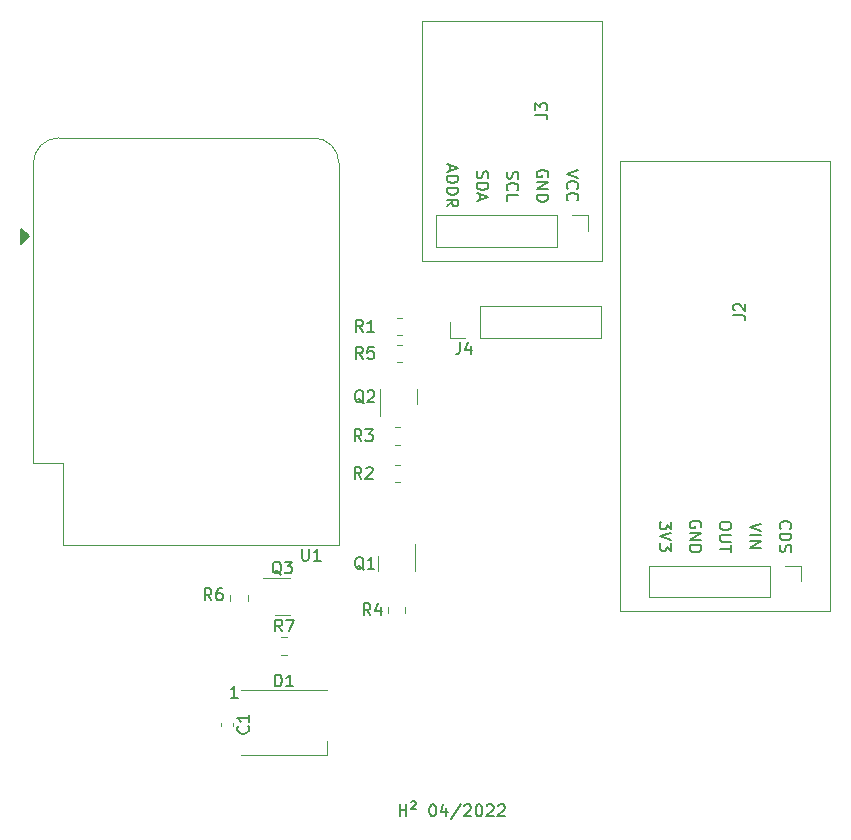
<source format=gbr>
%TF.GenerationSoftware,KiCad,Pcbnew,(6.0.0)*%
%TF.CreationDate,2022-04-16T20:40:41+02:00*%
%TF.ProjectId,bewegungsmelder,62657765-6775-46e6-9773-6d656c646572,rev?*%
%TF.SameCoordinates,Original*%
%TF.FileFunction,Legend,Top*%
%TF.FilePolarity,Positive*%
%FSLAX46Y46*%
G04 Gerber Fmt 4.6, Leading zero omitted, Abs format (unit mm)*
G04 Created by KiCad (PCBNEW (6.0.0)) date 2022-04-16 20:40:41*
%MOMM*%
%LPD*%
G01*
G04 APERTURE LIST*
%ADD10C,0.150000*%
%ADD11C,0.120000*%
G04 APERTURE END LIST*
D10*
X102251428Y-136977380D02*
X102251428Y-135977380D01*
X102251428Y-136453571D02*
X102822857Y-136453571D01*
X102822857Y-136977380D02*
X102822857Y-135977380D01*
X103251428Y-135739285D02*
X103346666Y-135691666D01*
X103489523Y-135691666D01*
X103584761Y-135739285D01*
X103632380Y-135834523D01*
X103632380Y-135929761D01*
X103584761Y-136025000D01*
X103251428Y-136358333D01*
X103632380Y-136358333D01*
X105013333Y-135977380D02*
X105108571Y-135977380D01*
X105203809Y-136025000D01*
X105251428Y-136072619D01*
X105299047Y-136167857D01*
X105346666Y-136358333D01*
X105346666Y-136596428D01*
X105299047Y-136786904D01*
X105251428Y-136882142D01*
X105203809Y-136929761D01*
X105108571Y-136977380D01*
X105013333Y-136977380D01*
X104918095Y-136929761D01*
X104870476Y-136882142D01*
X104822857Y-136786904D01*
X104775238Y-136596428D01*
X104775238Y-136358333D01*
X104822857Y-136167857D01*
X104870476Y-136072619D01*
X104918095Y-136025000D01*
X105013333Y-135977380D01*
X106203809Y-136310714D02*
X106203809Y-136977380D01*
X105965714Y-135929761D02*
X105727619Y-136644047D01*
X106346666Y-136644047D01*
X107441904Y-135929761D02*
X106584761Y-137215476D01*
X107727619Y-136072619D02*
X107775238Y-136025000D01*
X107870476Y-135977380D01*
X108108571Y-135977380D01*
X108203809Y-136025000D01*
X108251428Y-136072619D01*
X108299047Y-136167857D01*
X108299047Y-136263095D01*
X108251428Y-136405952D01*
X107680000Y-136977380D01*
X108299047Y-136977380D01*
X108918095Y-135977380D02*
X109013333Y-135977380D01*
X109108571Y-136025000D01*
X109156190Y-136072619D01*
X109203809Y-136167857D01*
X109251428Y-136358333D01*
X109251428Y-136596428D01*
X109203809Y-136786904D01*
X109156190Y-136882142D01*
X109108571Y-136929761D01*
X109013333Y-136977380D01*
X108918095Y-136977380D01*
X108822857Y-136929761D01*
X108775238Y-136882142D01*
X108727619Y-136786904D01*
X108680000Y-136596428D01*
X108680000Y-136358333D01*
X108727619Y-136167857D01*
X108775238Y-136072619D01*
X108822857Y-136025000D01*
X108918095Y-135977380D01*
X109632380Y-136072619D02*
X109680000Y-136025000D01*
X109775238Y-135977380D01*
X110013333Y-135977380D01*
X110108571Y-136025000D01*
X110156190Y-136072619D01*
X110203809Y-136167857D01*
X110203809Y-136263095D01*
X110156190Y-136405952D01*
X109584761Y-136977380D01*
X110203809Y-136977380D01*
X110584761Y-136072619D02*
X110632380Y-136025000D01*
X110727619Y-135977380D01*
X110965714Y-135977380D01*
X111060952Y-136025000D01*
X111108571Y-136072619D01*
X111156190Y-136167857D01*
X111156190Y-136263095D01*
X111108571Y-136405952D01*
X110537142Y-136977380D01*
X111156190Y-136977380D01*
%TO.C,J3*%
X113752380Y-77581333D02*
X114466666Y-77581333D01*
X114609523Y-77628952D01*
X114704761Y-77724190D01*
X114752380Y-77867047D01*
X114752380Y-77962285D01*
X113752380Y-77200380D02*
X113752380Y-76581333D01*
X114133333Y-76914666D01*
X114133333Y-76771809D01*
X114180952Y-76676571D01*
X114228571Y-76628952D01*
X114323809Y-76581333D01*
X114561904Y-76581333D01*
X114657142Y-76628952D01*
X114704761Y-76676571D01*
X114752380Y-76771809D01*
X114752380Y-77057523D01*
X114704761Y-77152761D01*
X114657142Y-77200380D01*
X108815238Y-82383714D02*
X108767619Y-82526571D01*
X108767619Y-82764666D01*
X108815238Y-82859904D01*
X108862857Y-82907523D01*
X108958095Y-82955142D01*
X109053333Y-82955142D01*
X109148571Y-82907523D01*
X109196190Y-82859904D01*
X109243809Y-82764666D01*
X109291428Y-82574190D01*
X109339047Y-82478952D01*
X109386666Y-82431333D01*
X109481904Y-82383714D01*
X109577142Y-82383714D01*
X109672380Y-82431333D01*
X109720000Y-82478952D01*
X109767619Y-82574190D01*
X109767619Y-82812285D01*
X109720000Y-82955142D01*
X108767619Y-83383714D02*
X109767619Y-83383714D01*
X109767619Y-83621809D01*
X109720000Y-83764666D01*
X109624761Y-83859904D01*
X109529523Y-83907523D01*
X109339047Y-83955142D01*
X109196190Y-83955142D01*
X109005714Y-83907523D01*
X108910476Y-83859904D01*
X108815238Y-83764666D01*
X108767619Y-83621809D01*
X108767619Y-83383714D01*
X109053333Y-84336095D02*
X109053333Y-84812285D01*
X108767619Y-84240857D02*
X109767619Y-84574190D01*
X108767619Y-84907523D01*
X111355238Y-82407523D02*
X111307619Y-82550380D01*
X111307619Y-82788476D01*
X111355238Y-82883714D01*
X111402857Y-82931333D01*
X111498095Y-82978952D01*
X111593333Y-82978952D01*
X111688571Y-82931333D01*
X111736190Y-82883714D01*
X111783809Y-82788476D01*
X111831428Y-82598000D01*
X111879047Y-82502761D01*
X111926666Y-82455142D01*
X112021904Y-82407523D01*
X112117142Y-82407523D01*
X112212380Y-82455142D01*
X112260000Y-82502761D01*
X112307619Y-82598000D01*
X112307619Y-82836095D01*
X112260000Y-82978952D01*
X111402857Y-83978952D02*
X111355238Y-83931333D01*
X111307619Y-83788476D01*
X111307619Y-83693238D01*
X111355238Y-83550380D01*
X111450476Y-83455142D01*
X111545714Y-83407523D01*
X111736190Y-83359904D01*
X111879047Y-83359904D01*
X112069523Y-83407523D01*
X112164761Y-83455142D01*
X112260000Y-83550380D01*
X112307619Y-83693238D01*
X112307619Y-83788476D01*
X112260000Y-83931333D01*
X112212380Y-83978952D01*
X111307619Y-84883714D02*
X111307619Y-84407523D01*
X112307619Y-84407523D01*
X106513333Y-81859904D02*
X106513333Y-82336095D01*
X106227619Y-81764666D02*
X107227619Y-82098000D01*
X106227619Y-82431333D01*
X106227619Y-82764666D02*
X107227619Y-82764666D01*
X107227619Y-83002761D01*
X107180000Y-83145619D01*
X107084761Y-83240857D01*
X106989523Y-83288476D01*
X106799047Y-83336095D01*
X106656190Y-83336095D01*
X106465714Y-83288476D01*
X106370476Y-83240857D01*
X106275238Y-83145619D01*
X106227619Y-83002761D01*
X106227619Y-82764666D01*
X106227619Y-83764666D02*
X107227619Y-83764666D01*
X107227619Y-84002761D01*
X107180000Y-84145619D01*
X107084761Y-84240857D01*
X106989523Y-84288476D01*
X106799047Y-84336095D01*
X106656190Y-84336095D01*
X106465714Y-84288476D01*
X106370476Y-84240857D01*
X106275238Y-84145619D01*
X106227619Y-84002761D01*
X106227619Y-83764666D01*
X106227619Y-85336095D02*
X106703809Y-85002761D01*
X106227619Y-84764666D02*
X107227619Y-84764666D01*
X107227619Y-85145619D01*
X107180000Y-85240857D01*
X107132380Y-85288476D01*
X107037142Y-85336095D01*
X106894285Y-85336095D01*
X106799047Y-85288476D01*
X106751428Y-85240857D01*
X106703809Y-85145619D01*
X106703809Y-84764666D01*
X114800000Y-82836095D02*
X114847619Y-82740857D01*
X114847619Y-82598000D01*
X114800000Y-82455142D01*
X114704761Y-82359904D01*
X114609523Y-82312285D01*
X114419047Y-82264666D01*
X114276190Y-82264666D01*
X114085714Y-82312285D01*
X113990476Y-82359904D01*
X113895238Y-82455142D01*
X113847619Y-82598000D01*
X113847619Y-82693238D01*
X113895238Y-82836095D01*
X113942857Y-82883714D01*
X114276190Y-82883714D01*
X114276190Y-82693238D01*
X113847619Y-83312285D02*
X114847619Y-83312285D01*
X113847619Y-83883714D01*
X114847619Y-83883714D01*
X113847619Y-84359904D02*
X114847619Y-84359904D01*
X114847619Y-84598000D01*
X114800000Y-84740857D01*
X114704761Y-84836095D01*
X114609523Y-84883714D01*
X114419047Y-84931333D01*
X114276190Y-84931333D01*
X114085714Y-84883714D01*
X113990476Y-84836095D01*
X113895238Y-84740857D01*
X113847619Y-84598000D01*
X113847619Y-84359904D01*
X117387619Y-82264666D02*
X116387619Y-82598000D01*
X117387619Y-82931333D01*
X116482857Y-83836095D02*
X116435238Y-83788476D01*
X116387619Y-83645619D01*
X116387619Y-83550380D01*
X116435238Y-83407523D01*
X116530476Y-83312285D01*
X116625714Y-83264666D01*
X116816190Y-83217047D01*
X116959047Y-83217047D01*
X117149523Y-83264666D01*
X117244761Y-83312285D01*
X117340000Y-83407523D01*
X117387619Y-83550380D01*
X117387619Y-83645619D01*
X117340000Y-83788476D01*
X117292380Y-83836095D01*
X116482857Y-84836095D02*
X116435238Y-84788476D01*
X116387619Y-84645619D01*
X116387619Y-84550380D01*
X116435238Y-84407523D01*
X116530476Y-84312285D01*
X116625714Y-84264666D01*
X116816190Y-84217047D01*
X116959047Y-84217047D01*
X117149523Y-84264666D01*
X117244761Y-84312285D01*
X117340000Y-84407523D01*
X117387619Y-84550380D01*
X117387619Y-84645619D01*
X117340000Y-84788476D01*
X117292380Y-84836095D01*
%TO.C,J2*%
X130516380Y-94567333D02*
X131230666Y-94567333D01*
X131373523Y-94614952D01*
X131468761Y-94710190D01*
X131516380Y-94853047D01*
X131516380Y-94948285D01*
X130611619Y-94138761D02*
X130564000Y-94091142D01*
X130516380Y-93995904D01*
X130516380Y-93757809D01*
X130564000Y-93662571D01*
X130611619Y-93614952D01*
X130706857Y-93567333D01*
X130802095Y-93567333D01*
X130944952Y-93614952D01*
X131516380Y-94186380D01*
X131516380Y-93567333D01*
X132881619Y-112188761D02*
X131881619Y-112522095D01*
X132881619Y-112855428D01*
X131881619Y-113188761D02*
X132881619Y-113188761D01*
X131881619Y-113664952D02*
X132881619Y-113664952D01*
X131881619Y-114236380D01*
X132881619Y-114236380D01*
X127754000Y-112522095D02*
X127801619Y-112426857D01*
X127801619Y-112284000D01*
X127754000Y-112141142D01*
X127658761Y-112045904D01*
X127563523Y-111998285D01*
X127373047Y-111950666D01*
X127230190Y-111950666D01*
X127039714Y-111998285D01*
X126944476Y-112045904D01*
X126849238Y-112141142D01*
X126801619Y-112284000D01*
X126801619Y-112379238D01*
X126849238Y-112522095D01*
X126896857Y-112569714D01*
X127230190Y-112569714D01*
X127230190Y-112379238D01*
X126801619Y-112998285D02*
X127801619Y-112998285D01*
X126801619Y-113569714D01*
X127801619Y-113569714D01*
X126801619Y-114045904D02*
X127801619Y-114045904D01*
X127801619Y-114284000D01*
X127754000Y-114426857D01*
X127658761Y-114522095D01*
X127563523Y-114569714D01*
X127373047Y-114617333D01*
X127230190Y-114617333D01*
X127039714Y-114569714D01*
X126944476Y-114522095D01*
X126849238Y-114426857D01*
X126801619Y-114284000D01*
X126801619Y-114045904D01*
X125261619Y-112045904D02*
X125261619Y-112664952D01*
X124880666Y-112331619D01*
X124880666Y-112474476D01*
X124833047Y-112569714D01*
X124785428Y-112617333D01*
X124690190Y-112664952D01*
X124452095Y-112664952D01*
X124356857Y-112617333D01*
X124309238Y-112569714D01*
X124261619Y-112474476D01*
X124261619Y-112188761D01*
X124309238Y-112093523D01*
X124356857Y-112045904D01*
X125261619Y-112950666D02*
X124261619Y-113284000D01*
X125261619Y-113617333D01*
X125261619Y-113855428D02*
X125261619Y-114474476D01*
X124880666Y-114141142D01*
X124880666Y-114284000D01*
X124833047Y-114379238D01*
X124785428Y-114426857D01*
X124690190Y-114474476D01*
X124452095Y-114474476D01*
X124356857Y-114426857D01*
X124309238Y-114379238D01*
X124261619Y-114284000D01*
X124261619Y-113998285D01*
X124309238Y-113903047D01*
X124356857Y-113855428D01*
X130341619Y-112284000D02*
X130341619Y-112474476D01*
X130294000Y-112569714D01*
X130198761Y-112664952D01*
X130008285Y-112712571D01*
X129674952Y-112712571D01*
X129484476Y-112664952D01*
X129389238Y-112569714D01*
X129341619Y-112474476D01*
X129341619Y-112284000D01*
X129389238Y-112188761D01*
X129484476Y-112093523D01*
X129674952Y-112045904D01*
X130008285Y-112045904D01*
X130198761Y-112093523D01*
X130294000Y-112188761D01*
X130341619Y-112284000D01*
X130341619Y-113141142D02*
X129532095Y-113141142D01*
X129436857Y-113188761D01*
X129389238Y-113236380D01*
X129341619Y-113331619D01*
X129341619Y-113522095D01*
X129389238Y-113617333D01*
X129436857Y-113664952D01*
X129532095Y-113712571D01*
X130341619Y-113712571D01*
X130341619Y-114045904D02*
X130341619Y-114617333D01*
X129341619Y-114331619D02*
X130341619Y-114331619D01*
X134516857Y-112617333D02*
X134469238Y-112569714D01*
X134421619Y-112426857D01*
X134421619Y-112331619D01*
X134469238Y-112188761D01*
X134564476Y-112093523D01*
X134659714Y-112045904D01*
X134850190Y-111998285D01*
X134993047Y-111998285D01*
X135183523Y-112045904D01*
X135278761Y-112093523D01*
X135374000Y-112188761D01*
X135421619Y-112331619D01*
X135421619Y-112426857D01*
X135374000Y-112569714D01*
X135326380Y-112617333D01*
X134421619Y-113045904D02*
X135421619Y-113045904D01*
X135421619Y-113284000D01*
X135374000Y-113426857D01*
X135278761Y-113522095D01*
X135183523Y-113569714D01*
X134993047Y-113617333D01*
X134850190Y-113617333D01*
X134659714Y-113569714D01*
X134564476Y-113522095D01*
X134469238Y-113426857D01*
X134421619Y-113284000D01*
X134421619Y-113045904D01*
X134469238Y-113998285D02*
X134421619Y-114141142D01*
X134421619Y-114379238D01*
X134469238Y-114474476D01*
X134516857Y-114522095D01*
X134612095Y-114569714D01*
X134707333Y-114569714D01*
X134802571Y-114522095D01*
X134850190Y-114474476D01*
X134897809Y-114379238D01*
X134945428Y-114188761D01*
X134993047Y-114093523D01*
X135040666Y-114045904D01*
X135135904Y-113998285D01*
X135231142Y-113998285D01*
X135326380Y-114045904D01*
X135374000Y-114093523D01*
X135421619Y-114188761D01*
X135421619Y-114426857D01*
X135374000Y-114569714D01*
%TO.C,C1*%
X89417142Y-129352166D02*
X89464761Y-129399785D01*
X89512380Y-129542642D01*
X89512380Y-129637880D01*
X89464761Y-129780738D01*
X89369523Y-129875976D01*
X89274285Y-129923595D01*
X89083809Y-129971214D01*
X88940952Y-129971214D01*
X88750476Y-129923595D01*
X88655238Y-129875976D01*
X88560000Y-129780738D01*
X88512380Y-129637880D01*
X88512380Y-129542642D01*
X88560000Y-129399785D01*
X88607619Y-129352166D01*
X89512380Y-128399785D02*
X89512380Y-128971214D01*
X89512380Y-128685500D02*
X88512380Y-128685500D01*
X88655238Y-128780738D01*
X88750476Y-128875976D01*
X88798095Y-128971214D01*
%TO.C,R4*%
X99782333Y-119959380D02*
X99449000Y-119483190D01*
X99210904Y-119959380D02*
X99210904Y-118959380D01*
X99591857Y-118959380D01*
X99687095Y-119007000D01*
X99734714Y-119054619D01*
X99782333Y-119149857D01*
X99782333Y-119292714D01*
X99734714Y-119387952D01*
X99687095Y-119435571D01*
X99591857Y-119483190D01*
X99210904Y-119483190D01*
X100639476Y-119292714D02*
X100639476Y-119959380D01*
X100401380Y-118911761D02*
X100163285Y-119626047D01*
X100782333Y-119626047D01*
%TO.C,U1*%
X93986095Y-114336380D02*
X93986095Y-115145904D01*
X94033714Y-115241142D01*
X94081333Y-115288761D01*
X94176571Y-115336380D01*
X94367047Y-115336380D01*
X94462285Y-115288761D01*
X94509904Y-115241142D01*
X94557523Y-115145904D01*
X94557523Y-114336380D01*
X95557523Y-115336380D02*
X94986095Y-115336380D01*
X95271809Y-115336380D02*
X95271809Y-114336380D01*
X95176571Y-114479238D01*
X95081333Y-114574476D01*
X94986095Y-114622095D01*
%TO.C,Q1*%
X99218761Y-116117619D02*
X99123523Y-116070000D01*
X99028285Y-115974761D01*
X98885428Y-115831904D01*
X98790190Y-115784285D01*
X98694952Y-115784285D01*
X98742571Y-116022380D02*
X98647333Y-115974761D01*
X98552095Y-115879523D01*
X98504476Y-115689047D01*
X98504476Y-115355714D01*
X98552095Y-115165238D01*
X98647333Y-115070000D01*
X98742571Y-115022380D01*
X98933047Y-115022380D01*
X99028285Y-115070000D01*
X99123523Y-115165238D01*
X99171142Y-115355714D01*
X99171142Y-115689047D01*
X99123523Y-115879523D01*
X99028285Y-115974761D01*
X98933047Y-116022380D01*
X98742571Y-116022380D01*
X100123523Y-116022380D02*
X99552095Y-116022380D01*
X99837809Y-116022380D02*
X99837809Y-115022380D01*
X99742571Y-115165238D01*
X99647333Y-115260476D01*
X99552095Y-115308095D01*
%TO.C,R7*%
X92310833Y-121327380D02*
X91977500Y-120851190D01*
X91739404Y-121327380D02*
X91739404Y-120327380D01*
X92120357Y-120327380D01*
X92215595Y-120375000D01*
X92263214Y-120422619D01*
X92310833Y-120517857D01*
X92310833Y-120660714D01*
X92263214Y-120755952D01*
X92215595Y-120803571D01*
X92120357Y-120851190D01*
X91739404Y-120851190D01*
X92644166Y-120327380D02*
X93310833Y-120327380D01*
X92882261Y-121327380D01*
%TO.C,R2*%
X99020333Y-108402380D02*
X98687000Y-107926190D01*
X98448904Y-108402380D02*
X98448904Y-107402380D01*
X98829857Y-107402380D01*
X98925095Y-107450000D01*
X98972714Y-107497619D01*
X99020333Y-107592857D01*
X99020333Y-107735714D01*
X98972714Y-107830952D01*
X98925095Y-107878571D01*
X98829857Y-107926190D01*
X98448904Y-107926190D01*
X99401285Y-107497619D02*
X99448904Y-107450000D01*
X99544142Y-107402380D01*
X99782238Y-107402380D01*
X99877476Y-107450000D01*
X99925095Y-107497619D01*
X99972714Y-107592857D01*
X99972714Y-107688095D01*
X99925095Y-107830952D01*
X99353666Y-108402380D01*
X99972714Y-108402380D01*
%TO.C,R1*%
X99147333Y-95956380D02*
X98814000Y-95480190D01*
X98575904Y-95956380D02*
X98575904Y-94956380D01*
X98956857Y-94956380D01*
X99052095Y-95004000D01*
X99099714Y-95051619D01*
X99147333Y-95146857D01*
X99147333Y-95289714D01*
X99099714Y-95384952D01*
X99052095Y-95432571D01*
X98956857Y-95480190D01*
X98575904Y-95480190D01*
X100099714Y-95956380D02*
X99528285Y-95956380D01*
X99814000Y-95956380D02*
X99814000Y-94956380D01*
X99718761Y-95099238D01*
X99623523Y-95194476D01*
X99528285Y-95242095D01*
%TO.C,R6*%
X86320333Y-118689380D02*
X85987000Y-118213190D01*
X85748904Y-118689380D02*
X85748904Y-117689380D01*
X86129857Y-117689380D01*
X86225095Y-117737000D01*
X86272714Y-117784619D01*
X86320333Y-117879857D01*
X86320333Y-118022714D01*
X86272714Y-118117952D01*
X86225095Y-118165571D01*
X86129857Y-118213190D01*
X85748904Y-118213190D01*
X87177476Y-117689380D02*
X86987000Y-117689380D01*
X86891761Y-117737000D01*
X86844142Y-117784619D01*
X86748904Y-117927476D01*
X86701285Y-118117952D01*
X86701285Y-118498904D01*
X86748904Y-118594142D01*
X86796523Y-118641761D01*
X86891761Y-118689380D01*
X87082238Y-118689380D01*
X87177476Y-118641761D01*
X87225095Y-118594142D01*
X87272714Y-118498904D01*
X87272714Y-118260809D01*
X87225095Y-118165571D01*
X87177476Y-118117952D01*
X87082238Y-118070333D01*
X86891761Y-118070333D01*
X86796523Y-118117952D01*
X86748904Y-118165571D01*
X86701285Y-118260809D01*
%TO.C,R5*%
X99147333Y-98242380D02*
X98814000Y-97766190D01*
X98575904Y-98242380D02*
X98575904Y-97242380D01*
X98956857Y-97242380D01*
X99052095Y-97290000D01*
X99099714Y-97337619D01*
X99147333Y-97432857D01*
X99147333Y-97575714D01*
X99099714Y-97670952D01*
X99052095Y-97718571D01*
X98956857Y-97766190D01*
X98575904Y-97766190D01*
X100052095Y-97242380D02*
X99575904Y-97242380D01*
X99528285Y-97718571D01*
X99575904Y-97670952D01*
X99671142Y-97623333D01*
X99909238Y-97623333D01*
X100004476Y-97670952D01*
X100052095Y-97718571D01*
X100099714Y-97813809D01*
X100099714Y-98051904D01*
X100052095Y-98147142D01*
X100004476Y-98194761D01*
X99909238Y-98242380D01*
X99671142Y-98242380D01*
X99575904Y-98194761D01*
X99528285Y-98147142D01*
%TO.C,D1*%
X91717904Y-125984380D02*
X91717904Y-124984380D01*
X91956000Y-124984380D01*
X92098857Y-125032000D01*
X92194095Y-125127238D01*
X92241714Y-125222476D01*
X92289333Y-125412952D01*
X92289333Y-125555809D01*
X92241714Y-125746285D01*
X92194095Y-125841523D01*
X92098857Y-125936761D01*
X91956000Y-125984380D01*
X91717904Y-125984380D01*
X93241714Y-125984380D02*
X92670285Y-125984380D01*
X92956000Y-125984380D02*
X92956000Y-124984380D01*
X92860761Y-125127238D01*
X92765523Y-125222476D01*
X92670285Y-125270095D01*
X88550714Y-126944380D02*
X87979285Y-126944380D01*
X88265000Y-126944380D02*
X88265000Y-125944380D01*
X88169761Y-126087238D01*
X88074523Y-126182476D01*
X87979285Y-126230095D01*
%TO.C,J4*%
X107367666Y-96861380D02*
X107367666Y-97575666D01*
X107320047Y-97718523D01*
X107224809Y-97813761D01*
X107081952Y-97861380D01*
X106986714Y-97861380D01*
X108272428Y-97194714D02*
X108272428Y-97861380D01*
X108034333Y-96813761D02*
X107796238Y-97528047D01*
X108415285Y-97528047D01*
%TO.C,R3*%
X99020333Y-105227380D02*
X98687000Y-104751190D01*
X98448904Y-105227380D02*
X98448904Y-104227380D01*
X98829857Y-104227380D01*
X98925095Y-104275000D01*
X98972714Y-104322619D01*
X99020333Y-104417857D01*
X99020333Y-104560714D01*
X98972714Y-104655952D01*
X98925095Y-104703571D01*
X98829857Y-104751190D01*
X98448904Y-104751190D01*
X99353666Y-104227380D02*
X99972714Y-104227380D01*
X99639380Y-104608333D01*
X99782238Y-104608333D01*
X99877476Y-104655952D01*
X99925095Y-104703571D01*
X99972714Y-104798809D01*
X99972714Y-105036904D01*
X99925095Y-105132142D01*
X99877476Y-105179761D01*
X99782238Y-105227380D01*
X99496523Y-105227380D01*
X99401285Y-105179761D01*
X99353666Y-105132142D01*
%TO.C,Q3*%
X92233761Y-116511619D02*
X92138523Y-116464000D01*
X92043285Y-116368761D01*
X91900428Y-116225904D01*
X91805190Y-116178285D01*
X91709952Y-116178285D01*
X91757571Y-116416380D02*
X91662333Y-116368761D01*
X91567095Y-116273523D01*
X91519476Y-116083047D01*
X91519476Y-115749714D01*
X91567095Y-115559238D01*
X91662333Y-115464000D01*
X91757571Y-115416380D01*
X91948047Y-115416380D01*
X92043285Y-115464000D01*
X92138523Y-115559238D01*
X92186142Y-115749714D01*
X92186142Y-116083047D01*
X92138523Y-116273523D01*
X92043285Y-116368761D01*
X91948047Y-116416380D01*
X91757571Y-116416380D01*
X92519476Y-115416380D02*
X93138523Y-115416380D01*
X92805190Y-115797333D01*
X92948047Y-115797333D01*
X93043285Y-115844952D01*
X93090904Y-115892571D01*
X93138523Y-115987809D01*
X93138523Y-116225904D01*
X93090904Y-116321142D01*
X93043285Y-116368761D01*
X92948047Y-116416380D01*
X92662333Y-116416380D01*
X92567095Y-116368761D01*
X92519476Y-116321142D01*
%TO.C,Q2*%
X99218761Y-102020619D02*
X99123523Y-101973000D01*
X99028285Y-101877761D01*
X98885428Y-101734904D01*
X98790190Y-101687285D01*
X98694952Y-101687285D01*
X98742571Y-101925380D02*
X98647333Y-101877761D01*
X98552095Y-101782523D01*
X98504476Y-101592047D01*
X98504476Y-101258714D01*
X98552095Y-101068238D01*
X98647333Y-100973000D01*
X98742571Y-100925380D01*
X98933047Y-100925380D01*
X99028285Y-100973000D01*
X99123523Y-101068238D01*
X99171142Y-101258714D01*
X99171142Y-101592047D01*
X99123523Y-101782523D01*
X99028285Y-101877761D01*
X98933047Y-101925380D01*
X98742571Y-101925380D01*
X99552095Y-101020619D02*
X99599714Y-100973000D01*
X99694952Y-100925380D01*
X99933047Y-100925380D01*
X100028285Y-100973000D01*
X100075904Y-101020619D01*
X100123523Y-101115857D01*
X100123523Y-101211095D01*
X100075904Y-101353952D01*
X99504476Y-101925380D01*
X100123523Y-101925380D01*
D11*
%TO.C,J3*%
X105350000Y-86078000D02*
X105350000Y-88738000D01*
X115570000Y-86078000D02*
X115570000Y-88738000D01*
X118170000Y-86078000D02*
X118170000Y-87408000D01*
X115570000Y-88738000D02*
X105350000Y-88738000D01*
X115570000Y-86078000D02*
X105350000Y-86078000D01*
X116840000Y-86078000D02*
X118170000Y-86078000D01*
X119380000Y-69628000D02*
X104140000Y-69628000D01*
X104140000Y-69628000D02*
X104140000Y-89948000D01*
X104140000Y-89948000D02*
X119380000Y-89948000D01*
X119380000Y-89948000D02*
X119380000Y-69628000D01*
%TO.C,J2*%
X123384000Y-115764000D02*
X123384000Y-118424000D01*
X133604000Y-115764000D02*
X133604000Y-118424000D01*
X136204000Y-115764000D02*
X136204000Y-117094000D01*
X133604000Y-118424000D02*
X123384000Y-118424000D01*
X133604000Y-115764000D02*
X123384000Y-115764000D01*
X134874000Y-115764000D02*
X136204000Y-115764000D01*
X138684000Y-81534000D02*
X120904000Y-81534000D01*
X120904000Y-81534000D02*
X120904000Y-119634000D01*
X120904000Y-119634000D02*
X138684000Y-119634000D01*
X138684000Y-119634000D02*
X138684000Y-81534000D01*
%TO.C,C1*%
X87120000Y-129039233D02*
X87120000Y-129331767D01*
X88140000Y-129039233D02*
X88140000Y-129331767D01*
%TO.C,R4*%
X101246000Y-119750064D02*
X101246000Y-119295936D01*
X102716000Y-119750064D02*
X102716000Y-119295936D01*
%TO.C,U1*%
X71248000Y-107104000D02*
X71248000Y-81674000D01*
X73788000Y-114004000D02*
X97108000Y-114004000D01*
X94988000Y-79544000D02*
X73378000Y-79544000D01*
X71248000Y-107104000D02*
X73788000Y-107104000D01*
X97108000Y-114004000D02*
X97108000Y-81674000D01*
X73788000Y-107104000D02*
X73788000Y-114004000D01*
X97108000Y-81674000D02*
G75*
G03*
X94978000Y-79544000I-2130002J-2D01*
G01*
X73378000Y-79544000D02*
G75*
G03*
X71248000Y-81674000I2J-2130002D01*
G01*
D10*
X70208000Y-87249000D02*
X70208000Y-88519000D01*
X70208000Y-88519000D02*
X70843000Y-87884000D01*
X70843000Y-87884000D02*
X70208000Y-87249000D01*
G36*
X70843000Y-87884000D02*
G01*
X70208000Y-88519000D01*
X70208000Y-87249000D01*
X70843000Y-87884000D01*
G37*
X70843000Y-87884000D02*
X70208000Y-88519000D01*
X70208000Y-87249000D01*
X70843000Y-87884000D01*
D11*
%TO.C,Q1*%
X100421000Y-115570000D02*
X100421000Y-116220000D01*
X103541000Y-115570000D02*
X103541000Y-116220000D01*
X103541000Y-115570000D02*
X103541000Y-113895000D01*
X100421000Y-115570000D02*
X100421000Y-114920000D01*
%TO.C,R7*%
X92216248Y-121820000D02*
X92738752Y-121820000D01*
X92216248Y-123290000D02*
X92738752Y-123290000D01*
%TO.C,R2*%
X101864936Y-107215000D02*
X102319064Y-107215000D01*
X101864936Y-108685000D02*
X102319064Y-108685000D01*
%TO.C,R1*%
X102007936Y-96239000D02*
X102462064Y-96239000D01*
X102007936Y-94769000D02*
X102462064Y-94769000D01*
%TO.C,R6*%
X89381000Y-118251248D02*
X89381000Y-118773752D01*
X87911000Y-118251248D02*
X87911000Y-118773752D01*
%TO.C,R5*%
X101991936Y-97055000D02*
X102446064Y-97055000D01*
X101991936Y-98525000D02*
X102446064Y-98525000D01*
%TO.C,D1*%
X88806000Y-131782000D02*
X96106000Y-131782000D01*
X88806000Y-126282000D02*
X96106000Y-126282000D01*
X96106000Y-131782000D02*
X96106000Y-130632000D01*
%TO.C,J4*%
X109098000Y-96453000D02*
X119318000Y-96453000D01*
X109098000Y-96453000D02*
X109098000Y-93793000D01*
X119318000Y-96453000D02*
X119318000Y-93793000D01*
X109098000Y-93793000D02*
X119318000Y-93793000D01*
X106498000Y-96453000D02*
X106498000Y-95123000D01*
X107828000Y-96453000D02*
X106498000Y-96453000D01*
%TO.C,R3*%
X101864936Y-104040000D02*
X102319064Y-104040000D01*
X101864936Y-105510000D02*
X102319064Y-105510000D01*
%TO.C,Q3*%
X92329000Y-116804000D02*
X92979000Y-116804000D01*
X92329000Y-119924000D02*
X91679000Y-119924000D01*
X92329000Y-119924000D02*
X92979000Y-119924000D01*
X92329000Y-116804000D02*
X90654000Y-116804000D01*
%TO.C,Q2*%
X100609000Y-101424500D02*
X100609000Y-103099500D01*
X103729000Y-101424500D02*
X103729000Y-100774500D01*
X103729000Y-101424500D02*
X103729000Y-102074500D01*
X100609000Y-101424500D02*
X100609000Y-100774500D01*
%TD*%
M02*

</source>
